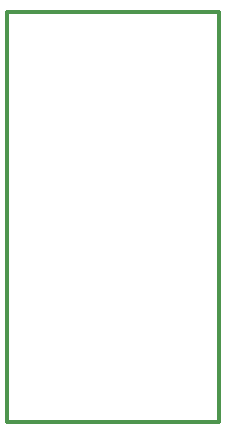
<source format=gbr>
%FSLAX34Y34*%
%MOMM*%
%LNOUTLINE*%
G71*
G01*
%ADD10C,0.300*%
%LPD*%
G54D10*
X1591Y1564D02*
X1588Y348397D01*
X52388Y348397D01*
G54D10*
X180822Y1564D02*
X180822Y348433D01*
G54D10*
X52388Y348397D02*
X180822Y348433D01*
G54D10*
X1591Y1564D02*
X180822Y1564D01*
M02*

</source>
